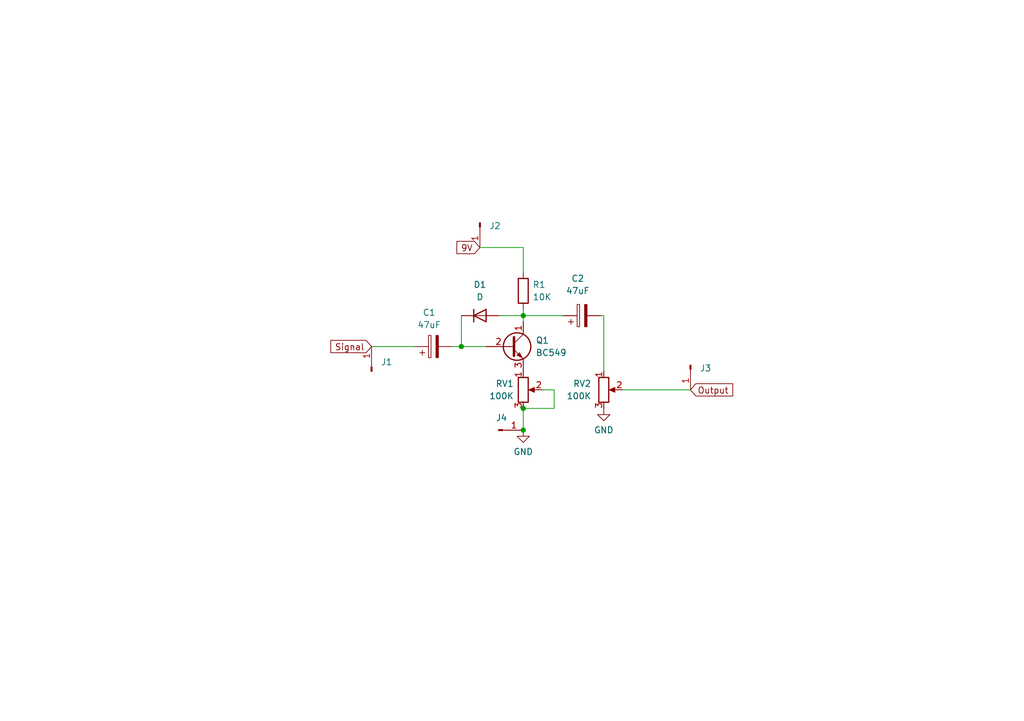
<source format=kicad_sch>
(kicad_sch (version 20211123) (generator eeschema)
  (paper "A5")
  (title_block (title "Vacuum cleaner Fuzz") (date "2022-12-13") (rev "V0.1") (comment 1 "Rudie v.d Heuvel"))
  (lib_symbols
    (symbol "Connector:Conn_01x01_Male" (pin_names (offset 1.016) hide)
      (property "Reference" "J" (at 0 2.54 0))
      (property "Value" "Conn_01x01_Male" (at 0 -2.54 0))
      (symbol "Conn_01x01_Male_1_1"
        (polyline (pts (xy 1.27 0) (xy 0.8636 0)) (stroke (width 0.1524)))
        (rectangle (start 0.8636 0.127) (end 0 -0.127) (stroke (width 0.1524)) (fill (type outline)))
        (pin passive line (at 5.08 0 180) (length 3.81) (name "Pin_1") (number "1"))
      )
    )
    (symbol "Device:C_Polarized" (pin_numbers hide) (pin_names (offset 0.254))
      (property "Reference" "C" (at 0.635 2.54 0))
      (property "Value" "C_Polarized" (at 0.635 -2.54 0))
      (symbol "C_Polarized_0_1"
        (rectangle (start -2.286 0.508) (end 2.286 1.016))
        (polyline (pts (xy -1.778 2.286) (xy -0.762 2.286)))
        (polyline (pts (xy -1.27 2.794) (xy -1.27 1.778)))
        (rectangle (start 2.286 -0.508) (end -2.286 -1.016) (fill (type outline)))
      )
      (symbol "C_Polarized_1_1"
        (pin passive line (at 0 3.81 270) (length 2.794) (name "~") (number "1"))
        (pin passive line (at 0 -3.81 90) (length 2.794) (name "~") (number "2"))
      )
    )
    (symbol "Device:D" (pin_numbers hide) (pin_names (offset 1.016) hide)
      (property "Reference" "D" (at 0 2.54 0))
      (property "Value" "D" (at 0 -2.54 0))
      (symbol "D_0_1"
        (polyline (pts (xy -1.27 1.27) (xy -1.27 -1.27)) (stroke (width 0.254)))
        (polyline (pts (xy 1.27 0) (xy -1.27 0)))
        (polyline (pts (xy 1.27 1.27) (xy 1.27 -1.27) (xy -1.27 0) (xy 1.27 1.27)) (stroke (width 0.254)))
      )
      (symbol "D_1_1"
        (pin passive line (at -3.81 0 0) (length 2.54) (name "K") (number "1"))
        (pin passive line (at 3.81 0 180) (length 2.54) (name "A") (number "2"))
      )
    )
    (symbol "Device:R" (pin_numbers hide) (pin_names (offset 0))
      (property "Reference" "R" (at 2.032 0 90))
      (property "Value" "R" (at 0 0 90))
      (symbol "R_0_1"
        (rectangle (start -1.016 -2.54) (end 1.016 2.54) (stroke (width 0.254)))
      )
      (symbol "R_1_1"
        (pin passive line (at 0 3.81 270) (length 1.27) (name "~") (number "1"))
        (pin passive line (at 0 -3.81 90) (length 1.27) (name "~") (number "2"))
      )
    )
    (symbol "Device:R_Potentiometer" (pin_names (offset 1.016) hide)
      (property "Reference" "RV" (at -4.445 0 90))
      (property "Value" "R_Potentiometer" (at -2.54 0 90))
      (symbol "R_Potentiometer_0_1"
        (polyline (pts (xy 2.54 0) (xy 1.524 0)))
        (polyline (pts (xy 1.143 0) (xy 2.286 0.508) (xy 2.286 -0.508) (xy 1.143 0)) (fill (type outline)))
        (rectangle (start 1.016 2.54) (end -1.016 -2.54) (stroke (width 0.254)))
      )
      (symbol "R_Potentiometer_1_1"
        (pin passive line (at 0 3.81 270) (length 1.27) (name "1") (number "1"))
        (pin passive line (at 3.81 0 180) (length 1.27) (name "2") (number "2"))
        (pin passive line (at 0 -3.81 90) (length 1.27) (name "3") (number "3"))
      )
    )
    (symbol "Mechanical:MountingHole" (pin_names (offset 1.016))
      (property "Reference" "H" (at 0 5.08 0))
      (property "Value" "MountingHole" (at 0 3.175 0))
      (symbol "MountingHole_0_1"
        (circle (center 0 0) (radius 1.27) (stroke (width 1.27)))
      )
    )
    (symbol "Transistor_BJT:BC549" (pin_names (offset 0) hide)
      (property "Reference" "Q" (at 5.08 1.905 0))
      (property "Value" "BC549" (at 5.08 0 0))
      (symbol "BC549_0_1"
        (polyline (pts (xy 0 0) (xy 0.635 0)))
        (polyline (pts (xy 0.635 0.635) (xy 2.54 2.54)))
        (polyline (pts (xy 0.635 -0.635) (xy 2.54 -2.54) (xy 2.54 -2.54)))
        (polyline (pts (xy 0.635 1.905) (xy 0.635 -1.905) (xy 0.635 -1.905)) (stroke (width 0.508)))
        (polyline (pts (xy 1.27 -1.778) (xy 1.778 -1.27) (xy 2.286 -2.286) (xy 1.27 -1.778) (xy 1.27 -1.778)) (fill (type outline)))
        (circle (center 1.27 0) (radius 2.8194) (stroke (width 0.254)))
      )
      (symbol "BC549_1_1"
        (pin passive line (at 2.54 5.08 270) (length 2.54) (name "C") (number "1"))
        (pin input line (at -5.08 0 0) (length 5.08) (name "B") (number "2"))
        (pin passive line (at 2.54 -5.08 90) (length 2.54) (name "E") (number "3"))
      )
    )
    (symbol "power:GND" (power) (pin_names (offset 0))
      (property "Value" "GND" (at 0 -3.81 0))
      (symbol "GND_0_1"
        (polyline (pts (xy 0 0) (xy 0 -1.27) (xy 1.27 -1.27) (xy 0 -2.54) (xy -1.27 -1.27) (xy 0 -1.27)))
      )
      (symbol "GND_1_1"
        (pin power_in line (at 0 0 270) (length 0) hide (name "GND") (number "1"))
      )
    )
  )
  (junction (at 107.315 64.77))
  (junction (at 107.315 83.82))
  (junction (at 107.315 88.265))
  (junction (at 94.615 71.12))
  (wire (pts (xy 94.615 64.77) (xy 94.615 71.12)))
  (wire (pts (xy 76.2 71.12) (xy 85.09 71.12)))
  (wire (pts (xy 123.825 64.77) (xy 123.825 76.2)))
  (wire (pts (xy 123.19 64.77) (xy 123.825 64.77)))
  (wire (pts (xy 94.615 71.12) (xy 99.695 71.12)))
  (wire (pts (xy 107.315 88.265) (xy 107.315 83.82)))
  (wire (pts (xy 107.315 64.77) (xy 107.315 66.04)))
  (wire (pts (xy 111.125 80.01) (xy 113.665 80.01)))
  (wire (pts (xy 113.665 83.82) (xy 107.315 83.82)))
  (wire (pts (xy 107.315 50.8) (xy 107.315 55.88)))
  (wire (pts (xy 113.665 80.01) (xy 113.665 83.82)))
  (wire (pts (xy 107.315 63.5) (xy 107.315 64.77)))
  (wire (pts (xy 98.425 50.8) (xy 107.315 50.8)))
  (wire (pts (xy 107.315 64.77) (xy 115.57 64.77)))
  (wire (pts (xy 92.71 71.12) (xy 94.615 71.12)))
  (wire (pts (xy 127.635 80.01) (xy 141.605 80.01)))
  (wire (pts (xy 102.235 64.77) (xy 107.315 64.77)))
  (global_label "Output" (shape input) (at 141.605 80.01 0) (property "Intersheet References" "${INTERSHEET_REFS}" (effects hide)))
  (global_label "9V" (shape input) (at 98.425 50.8 180) (property "Intersheet References" "${INTERSHEET_REFS}" (effects hide)))
  (global_label "Signal" (shape input) (at 76.2 71.12 180) (property "Intersheet References" "${INTERSHEET_REFS}" (effects hide)))
  (symbol (lib_id "Mechanical:MountingHole") (at 195.58 154.305 0) (unit 1)
    (property "Reference" "H1" (at 198.12 153.0349 0) (effects (justify left)))
    (property "Value" "MountingHole" (at 198.12 155.5749 0) (effects (justify left)))
    (property "Footprint" "MountingHole:MountingHole_3.2mm_M3" (effects hide))
  )
  (symbol (lib_id "Connector:Conn_01x01_Male") (at 76.2 76.2 90) (unit 1)
    (property "Reference" "J1" (at 78.105 74.2949 90) (effects (justify right)))
    (property "Value" "Conn_01x01_Male" (effects hide))
    (property "Footprint" "Connector_Pin:Pin_D1.4mm_L8.5mm_W2.8mm_FlatFork" (effects hide))
  )
  (symbol (lib_id "power:GND") (at 107.315 88.265 0) (unit 1)
    (property "Reference" "#PWR01" (effects hide))
    (property "Value" "GND" (at 107.315 92.71 0))
  )
  (symbol (lib_id "Device:R") (at 107.315 59.69 0) (unit 1)
    (property "Reference" "R1" (at 109.22 58.4199 0) (effects (justify left)))
    (property "Value" "10K" (at 109.22 60.9599 0) (effects (justify left)))
    (property "Footprint" "Resistor_THT:R_Axial_DIN0207_L6.3mm_D2.5mm_P10.16mm_Horizontal" (effects hide))
  )
  (symbol (lib_id "Device:R_Potentiometer") (at 107.315 80.01 0) (unit 1)
    (property "Reference" "RV1" (at 105.41 78.7399 0) (effects (justify right)))
    (property "Value" "100K" (at 105.41 81.2799 0) (effects (justify right)))
    (property "Footprint" "Potentiometer_THT:Potentiometer_Alps_RK163_Single_Horizontal" (effects hide))
  )
  (symbol (lib_id "Connector:Conn_01x01_Male") (at 141.605 74.93 270) (unit 1)
    (property "Reference" "J3" (at 143.51 75.5649 90) (effects (justify left)))
    (property "Value" "Conn_01x01_Male" (effects hide))
    (property "Footprint" "Connector_Pin:Pin_D1.4mm_L8.5mm_W2.8mm_FlatFork" (effects hide))
  )
  (symbol (lib_id "Connector:Conn_01x01_Male") (at 102.235 88.265 0) (unit 1)
    (property "Reference" "J4" (at 102.87 85.725 0))
    (property "Value" "Conn_01x01_Male" (effects hide))
    (property "Footprint" "Connector_Pin:Pin_D1.4mm_L8.5mm_W2.8mm_FlatFork" (effects hide))
  )
  (symbol (lib_id "power:GND") (at 123.825 83.82 0) (unit 1)
    (property "Reference" "#PWR02" (effects hide))
    (property "Value" "GND" (at 123.825 88.265 0))
  )
  (symbol (lib_id "Device:C_Polarized") (at 88.9 71.12 90) (unit 1)
    (property "Reference" "C1" (at 88.011 64.135 90))
    (property "Value" "47uF" (at 88.011 66.675 90))
    (property "Footprint" "Capacitor_THT:CP_Radial_D5.0mm_P2.50mm" (effects hide))
  )
  (symbol (lib_id "Mechanical:MountingHole") (at 195.58 159.385 0) (unit 1)
    (property "Reference" "H2" (at 198.12 158.1149 0) (effects (justify left)))
    (property "Value" "MountingHole" (at 198.12 160.6549 0) (effects (justify left)))
    (property "Footprint" "MountingHole:MountingHole_3.2mm_M3" (effects hide))
  )
  (symbol (lib_id "Device:D") (at 98.425 64.77 0) (unit 1)
    (property "Reference" "D1" (at 98.425 58.42 0))
    (property "Value" "D" (at 98.425 60.96 0))
    (property "Footprint" "Diode_THT:D_A-405_P12.70mm_Horizontal" (effects hide))
  )
  (symbol (lib_id "Transistor_BJT:BC549") (at 104.775 71.12 0) (unit 1)
    (property "Reference" "Q1" (at 109.855 69.8499 0) (effects (justify left)))
    (property "Value" "BC549" (at 109.855 72.3899 0) (effects (justify left)))
    (property "Footprint" "Package_TO_SOT_THT:TO-92_Inline_Wide" (effects hide))
    (property "Datasheet" "https://www.onsemi.com/pub/Collateral/BC550-D.pdf" (effects hide))
  )
  (symbol (lib_id "Device:R_Potentiometer") (at 123.825 80.01 0) (unit 1)
    (property "Reference" "RV2" (at 121.285 78.7399 0) (effects (justify right)))
    (property "Value" "100K" (at 121.285 81.28 0) (effects (justify right)))
    (property "Footprint" "Potentiometer_THT:Potentiometer_Alps_RK163_Single_Horizontal" (effects hide))
  )
  (symbol (lib_id "Device:C_Polarized") (at 119.38 64.77 90) (unit 1)
    (property "Reference" "C2" (at 118.491 57.15 90))
    (property "Value" "47uF" (at 118.491 59.69 90))
    (property "Footprint" "Capacitor_THT:CP_Radial_D5.0mm_P2.50mm" (effects hide))
  )
  (symbol (lib_id "Connector:Conn_01x01_Male") (at 98.425 45.72 270) (unit 1)
    (property "Reference" "J2" (at 100.33 46.3549 90) (effects (justify left)))
    (property "Value" "Conn_01x01_Male" (effects hide))
    (property "Footprint" "Connector_Pin:Pin_D1.4mm_L8.5mm_W2.8mm_FlatFork" (effects hide))
  )
)
</source>
